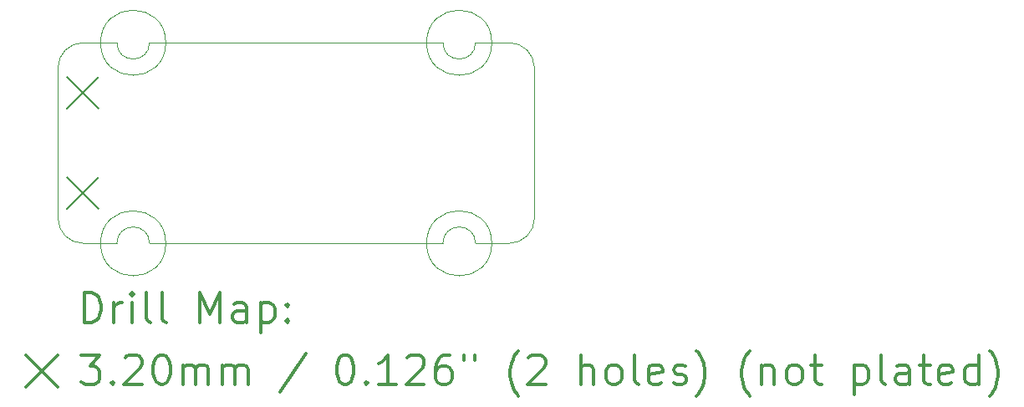
<source format=gbr>
%FSLAX45Y45*%
G04 Gerber Fmt 4.5, Leading zero omitted, Abs format (unit mm)*
G04 Created by KiCad (PCBNEW 4.0.2+dfsg1-stable) date Tue 12 Jul 2016 10:09:25 PM EDT*
%MOMM*%
G01*
G04 APERTURE LIST*
%ADD10C,0.127000*%
%ADD11C,0.100000*%
%ADD12C,0.200000*%
%ADD13C,0.300000*%
G04 APERTURE END LIST*
D10*
D11*
X11772900Y-10668000D02*
X11430000Y-10668000D01*
X15074900Y-10668000D02*
X12103100Y-10668000D01*
X15748000Y-10668000D02*
X15405100Y-10668000D01*
X15405100Y-12700000D02*
X15748000Y-12700000D01*
X12103100Y-12700000D02*
X15074900Y-12700000D01*
X11430000Y-12700000D02*
X11772900Y-12700000D01*
X12268200Y-12700000D02*
G75*
G03X12268200Y-12700000I-330200J0D01*
G01*
X15570200Y-12700000D02*
G75*
G03X15570200Y-12700000I-330200J0D01*
G01*
X15570200Y-10668000D02*
G75*
G03X15570200Y-10668000I-330200J0D01*
G01*
X12268200Y-10668000D02*
G75*
G03X12268200Y-10668000I-330200J0D01*
G01*
X15405100Y-12700000D02*
G75*
G03X15074900Y-12700000I-165100J0D01*
G01*
X12103100Y-12700000D02*
G75*
G03X11772900Y-12700000I-165100J0D01*
G01*
X11772900Y-10668000D02*
G75*
G03X12103100Y-10668000I165100J0D01*
G01*
X15074900Y-10668000D02*
G75*
G03X15405100Y-10668000I165100J0D01*
G01*
X15748000Y-12700000D02*
G75*
G03X16002000Y-12446000I0J254000D01*
G01*
X16002000Y-10922000D02*
G75*
G03X15748000Y-10668000I-254000J0D01*
G01*
X16002000Y-10922000D02*
X16002000Y-12446000D01*
X11176000Y-12446000D02*
G75*
G03X11430000Y-12700000I254000J0D01*
G01*
X11430000Y-10668000D02*
G75*
G03X11176000Y-10922000I0J-254000D01*
G01*
X11176000Y-10922000D02*
X11176000Y-12446000D01*
D12*
X11270000Y-11016000D02*
X11590000Y-11336000D01*
X11590000Y-11016000D02*
X11270000Y-11336000D01*
X11270000Y-12032000D02*
X11590000Y-12352000D01*
X11590000Y-12032000D02*
X11270000Y-12352000D01*
D13*
X11442428Y-13500914D02*
X11442428Y-13200914D01*
X11513857Y-13200914D01*
X11556714Y-13215200D01*
X11585286Y-13243771D01*
X11599571Y-13272343D01*
X11613857Y-13329486D01*
X11613857Y-13372343D01*
X11599571Y-13429486D01*
X11585286Y-13458057D01*
X11556714Y-13486629D01*
X11513857Y-13500914D01*
X11442428Y-13500914D01*
X11742428Y-13500914D02*
X11742428Y-13300914D01*
X11742428Y-13358057D02*
X11756714Y-13329486D01*
X11771000Y-13315200D01*
X11799571Y-13300914D01*
X11828143Y-13300914D01*
X11928143Y-13500914D02*
X11928143Y-13300914D01*
X11928143Y-13200914D02*
X11913857Y-13215200D01*
X11928143Y-13229486D01*
X11942428Y-13215200D01*
X11928143Y-13200914D01*
X11928143Y-13229486D01*
X12113857Y-13500914D02*
X12085286Y-13486629D01*
X12071000Y-13458057D01*
X12071000Y-13200914D01*
X12271000Y-13500914D02*
X12242428Y-13486629D01*
X12228143Y-13458057D01*
X12228143Y-13200914D01*
X12613857Y-13500914D02*
X12613857Y-13200914D01*
X12713857Y-13415200D01*
X12813857Y-13200914D01*
X12813857Y-13500914D01*
X13085286Y-13500914D02*
X13085286Y-13343771D01*
X13071000Y-13315200D01*
X13042428Y-13300914D01*
X12985286Y-13300914D01*
X12956714Y-13315200D01*
X13085286Y-13486629D02*
X13056714Y-13500914D01*
X12985286Y-13500914D01*
X12956714Y-13486629D01*
X12942428Y-13458057D01*
X12942428Y-13429486D01*
X12956714Y-13400914D01*
X12985286Y-13386629D01*
X13056714Y-13386629D01*
X13085286Y-13372343D01*
X13228143Y-13300914D02*
X13228143Y-13600914D01*
X13228143Y-13315200D02*
X13256714Y-13300914D01*
X13313857Y-13300914D01*
X13342428Y-13315200D01*
X13356714Y-13329486D01*
X13371000Y-13358057D01*
X13371000Y-13443771D01*
X13356714Y-13472343D01*
X13342428Y-13486629D01*
X13313857Y-13500914D01*
X13256714Y-13500914D01*
X13228143Y-13486629D01*
X13499571Y-13472343D02*
X13513857Y-13486629D01*
X13499571Y-13500914D01*
X13485286Y-13486629D01*
X13499571Y-13472343D01*
X13499571Y-13500914D01*
X13499571Y-13315200D02*
X13513857Y-13329486D01*
X13499571Y-13343771D01*
X13485286Y-13329486D01*
X13499571Y-13315200D01*
X13499571Y-13343771D01*
X10851000Y-13835200D02*
X11171000Y-14155200D01*
X11171000Y-13835200D02*
X10851000Y-14155200D01*
X11413857Y-13830914D02*
X11599571Y-13830914D01*
X11499571Y-13945200D01*
X11542428Y-13945200D01*
X11571000Y-13959486D01*
X11585286Y-13973771D01*
X11599571Y-14002343D01*
X11599571Y-14073771D01*
X11585286Y-14102343D01*
X11571000Y-14116629D01*
X11542428Y-14130914D01*
X11456714Y-14130914D01*
X11428143Y-14116629D01*
X11413857Y-14102343D01*
X11728143Y-14102343D02*
X11742428Y-14116629D01*
X11728143Y-14130914D01*
X11713857Y-14116629D01*
X11728143Y-14102343D01*
X11728143Y-14130914D01*
X11856714Y-13859486D02*
X11871000Y-13845200D01*
X11899571Y-13830914D01*
X11971000Y-13830914D01*
X11999571Y-13845200D01*
X12013857Y-13859486D01*
X12028143Y-13888057D01*
X12028143Y-13916629D01*
X12013857Y-13959486D01*
X11842428Y-14130914D01*
X12028143Y-14130914D01*
X12213857Y-13830914D02*
X12242428Y-13830914D01*
X12271000Y-13845200D01*
X12285286Y-13859486D01*
X12299571Y-13888057D01*
X12313857Y-13945200D01*
X12313857Y-14016629D01*
X12299571Y-14073771D01*
X12285286Y-14102343D01*
X12271000Y-14116629D01*
X12242428Y-14130914D01*
X12213857Y-14130914D01*
X12185286Y-14116629D01*
X12171000Y-14102343D01*
X12156714Y-14073771D01*
X12142428Y-14016629D01*
X12142428Y-13945200D01*
X12156714Y-13888057D01*
X12171000Y-13859486D01*
X12185286Y-13845200D01*
X12213857Y-13830914D01*
X12442428Y-14130914D02*
X12442428Y-13930914D01*
X12442428Y-13959486D02*
X12456714Y-13945200D01*
X12485286Y-13930914D01*
X12528143Y-13930914D01*
X12556714Y-13945200D01*
X12571000Y-13973771D01*
X12571000Y-14130914D01*
X12571000Y-13973771D02*
X12585286Y-13945200D01*
X12613857Y-13930914D01*
X12656714Y-13930914D01*
X12685286Y-13945200D01*
X12699571Y-13973771D01*
X12699571Y-14130914D01*
X12842428Y-14130914D02*
X12842428Y-13930914D01*
X12842428Y-13959486D02*
X12856714Y-13945200D01*
X12885286Y-13930914D01*
X12928143Y-13930914D01*
X12956714Y-13945200D01*
X12971000Y-13973771D01*
X12971000Y-14130914D01*
X12971000Y-13973771D02*
X12985286Y-13945200D01*
X13013857Y-13930914D01*
X13056714Y-13930914D01*
X13085286Y-13945200D01*
X13099571Y-13973771D01*
X13099571Y-14130914D01*
X13685286Y-13816629D02*
X13428143Y-14202343D01*
X14071000Y-13830914D02*
X14099571Y-13830914D01*
X14128143Y-13845200D01*
X14142428Y-13859486D01*
X14156714Y-13888057D01*
X14171000Y-13945200D01*
X14171000Y-14016629D01*
X14156714Y-14073771D01*
X14142428Y-14102343D01*
X14128143Y-14116629D01*
X14099571Y-14130914D01*
X14071000Y-14130914D01*
X14042428Y-14116629D01*
X14028143Y-14102343D01*
X14013857Y-14073771D01*
X13999571Y-14016629D01*
X13999571Y-13945200D01*
X14013857Y-13888057D01*
X14028143Y-13859486D01*
X14042428Y-13845200D01*
X14071000Y-13830914D01*
X14299571Y-14102343D02*
X14313857Y-14116629D01*
X14299571Y-14130914D01*
X14285286Y-14116629D01*
X14299571Y-14102343D01*
X14299571Y-14130914D01*
X14599571Y-14130914D02*
X14428143Y-14130914D01*
X14513857Y-14130914D02*
X14513857Y-13830914D01*
X14485285Y-13873771D01*
X14456714Y-13902343D01*
X14428143Y-13916629D01*
X14713857Y-13859486D02*
X14728143Y-13845200D01*
X14756714Y-13830914D01*
X14828143Y-13830914D01*
X14856714Y-13845200D01*
X14871000Y-13859486D01*
X14885285Y-13888057D01*
X14885285Y-13916629D01*
X14871000Y-13959486D01*
X14699571Y-14130914D01*
X14885285Y-14130914D01*
X15142428Y-13830914D02*
X15085285Y-13830914D01*
X15056714Y-13845200D01*
X15042428Y-13859486D01*
X15013857Y-13902343D01*
X14999571Y-13959486D01*
X14999571Y-14073771D01*
X15013857Y-14102343D01*
X15028143Y-14116629D01*
X15056714Y-14130914D01*
X15113857Y-14130914D01*
X15142428Y-14116629D01*
X15156714Y-14102343D01*
X15171000Y-14073771D01*
X15171000Y-14002343D01*
X15156714Y-13973771D01*
X15142428Y-13959486D01*
X15113857Y-13945200D01*
X15056714Y-13945200D01*
X15028143Y-13959486D01*
X15013857Y-13973771D01*
X14999571Y-14002343D01*
X15285286Y-13830914D02*
X15285286Y-13888057D01*
X15399571Y-13830914D02*
X15399571Y-13888057D01*
X15842428Y-14245200D02*
X15828143Y-14230914D01*
X15799571Y-14188057D01*
X15785285Y-14159486D01*
X15771000Y-14116629D01*
X15756714Y-14045200D01*
X15756714Y-13988057D01*
X15771000Y-13916629D01*
X15785285Y-13873771D01*
X15799571Y-13845200D01*
X15828143Y-13802343D01*
X15842428Y-13788057D01*
X15942428Y-13859486D02*
X15956714Y-13845200D01*
X15985285Y-13830914D01*
X16056714Y-13830914D01*
X16085285Y-13845200D01*
X16099571Y-13859486D01*
X16113857Y-13888057D01*
X16113857Y-13916629D01*
X16099571Y-13959486D01*
X15928143Y-14130914D01*
X16113857Y-14130914D01*
X16471000Y-14130914D02*
X16471000Y-13830914D01*
X16599571Y-14130914D02*
X16599571Y-13973771D01*
X16585285Y-13945200D01*
X16556714Y-13930914D01*
X16513857Y-13930914D01*
X16485285Y-13945200D01*
X16471000Y-13959486D01*
X16785286Y-14130914D02*
X16756714Y-14116629D01*
X16742428Y-14102343D01*
X16728143Y-14073771D01*
X16728143Y-13988057D01*
X16742428Y-13959486D01*
X16756714Y-13945200D01*
X16785286Y-13930914D01*
X16828143Y-13930914D01*
X16856714Y-13945200D01*
X16871000Y-13959486D01*
X16885286Y-13988057D01*
X16885286Y-14073771D01*
X16871000Y-14102343D01*
X16856714Y-14116629D01*
X16828143Y-14130914D01*
X16785286Y-14130914D01*
X17056714Y-14130914D02*
X17028143Y-14116629D01*
X17013857Y-14088057D01*
X17013857Y-13830914D01*
X17285286Y-14116629D02*
X17256714Y-14130914D01*
X17199571Y-14130914D01*
X17171000Y-14116629D01*
X17156714Y-14088057D01*
X17156714Y-13973771D01*
X17171000Y-13945200D01*
X17199571Y-13930914D01*
X17256714Y-13930914D01*
X17285286Y-13945200D01*
X17299571Y-13973771D01*
X17299571Y-14002343D01*
X17156714Y-14030914D01*
X17413857Y-14116629D02*
X17442429Y-14130914D01*
X17499571Y-14130914D01*
X17528143Y-14116629D01*
X17542429Y-14088057D01*
X17542429Y-14073771D01*
X17528143Y-14045200D01*
X17499571Y-14030914D01*
X17456714Y-14030914D01*
X17428143Y-14016629D01*
X17413857Y-13988057D01*
X17413857Y-13973771D01*
X17428143Y-13945200D01*
X17456714Y-13930914D01*
X17499571Y-13930914D01*
X17528143Y-13945200D01*
X17642428Y-14245200D02*
X17656714Y-14230914D01*
X17685286Y-14188057D01*
X17699571Y-14159486D01*
X17713857Y-14116629D01*
X17728143Y-14045200D01*
X17728143Y-13988057D01*
X17713857Y-13916629D01*
X17699571Y-13873771D01*
X17685286Y-13845200D01*
X17656714Y-13802343D01*
X17642428Y-13788057D01*
X18185286Y-14245200D02*
X18171000Y-14230914D01*
X18142428Y-14188057D01*
X18128143Y-14159486D01*
X18113857Y-14116629D01*
X18099571Y-14045200D01*
X18099571Y-13988057D01*
X18113857Y-13916629D01*
X18128143Y-13873771D01*
X18142428Y-13845200D01*
X18171000Y-13802343D01*
X18185286Y-13788057D01*
X18299571Y-13930914D02*
X18299571Y-14130914D01*
X18299571Y-13959486D02*
X18313857Y-13945200D01*
X18342428Y-13930914D01*
X18385286Y-13930914D01*
X18413857Y-13945200D01*
X18428143Y-13973771D01*
X18428143Y-14130914D01*
X18613857Y-14130914D02*
X18585286Y-14116629D01*
X18571000Y-14102343D01*
X18556714Y-14073771D01*
X18556714Y-13988057D01*
X18571000Y-13959486D01*
X18585286Y-13945200D01*
X18613857Y-13930914D01*
X18656714Y-13930914D01*
X18685286Y-13945200D01*
X18699571Y-13959486D01*
X18713857Y-13988057D01*
X18713857Y-14073771D01*
X18699571Y-14102343D01*
X18685286Y-14116629D01*
X18656714Y-14130914D01*
X18613857Y-14130914D01*
X18799571Y-13930914D02*
X18913857Y-13930914D01*
X18842429Y-13830914D02*
X18842429Y-14088057D01*
X18856714Y-14116629D01*
X18885286Y-14130914D01*
X18913857Y-14130914D01*
X19242429Y-13930914D02*
X19242429Y-14230914D01*
X19242429Y-13945200D02*
X19271000Y-13930914D01*
X19328143Y-13930914D01*
X19356714Y-13945200D01*
X19371000Y-13959486D01*
X19385286Y-13988057D01*
X19385286Y-14073771D01*
X19371000Y-14102343D01*
X19356714Y-14116629D01*
X19328143Y-14130914D01*
X19271000Y-14130914D01*
X19242429Y-14116629D01*
X19556714Y-14130914D02*
X19528143Y-14116629D01*
X19513857Y-14088057D01*
X19513857Y-13830914D01*
X19799571Y-14130914D02*
X19799571Y-13973771D01*
X19785286Y-13945200D01*
X19756714Y-13930914D01*
X19699571Y-13930914D01*
X19671000Y-13945200D01*
X19799571Y-14116629D02*
X19771000Y-14130914D01*
X19699571Y-14130914D01*
X19671000Y-14116629D01*
X19656714Y-14088057D01*
X19656714Y-14059486D01*
X19671000Y-14030914D01*
X19699571Y-14016629D01*
X19771000Y-14016629D01*
X19799571Y-14002343D01*
X19899571Y-13930914D02*
X20013857Y-13930914D01*
X19942429Y-13830914D02*
X19942429Y-14088057D01*
X19956714Y-14116629D01*
X19985286Y-14130914D01*
X20013857Y-14130914D01*
X20228143Y-14116629D02*
X20199572Y-14130914D01*
X20142429Y-14130914D01*
X20113857Y-14116629D01*
X20099572Y-14088057D01*
X20099572Y-13973771D01*
X20113857Y-13945200D01*
X20142429Y-13930914D01*
X20199572Y-13930914D01*
X20228143Y-13945200D01*
X20242429Y-13973771D01*
X20242429Y-14002343D01*
X20099572Y-14030914D01*
X20499572Y-14130914D02*
X20499572Y-13830914D01*
X20499572Y-14116629D02*
X20471000Y-14130914D01*
X20413857Y-14130914D01*
X20385286Y-14116629D01*
X20371000Y-14102343D01*
X20356714Y-14073771D01*
X20356714Y-13988057D01*
X20371000Y-13959486D01*
X20385286Y-13945200D01*
X20413857Y-13930914D01*
X20471000Y-13930914D01*
X20499572Y-13945200D01*
X20613857Y-14245200D02*
X20628143Y-14230914D01*
X20656714Y-14188057D01*
X20671000Y-14159486D01*
X20685286Y-14116629D01*
X20699572Y-14045200D01*
X20699572Y-13988057D01*
X20685286Y-13916629D01*
X20671000Y-13873771D01*
X20656714Y-13845200D01*
X20628143Y-13802343D01*
X20613857Y-13788057D01*
M02*

</source>
